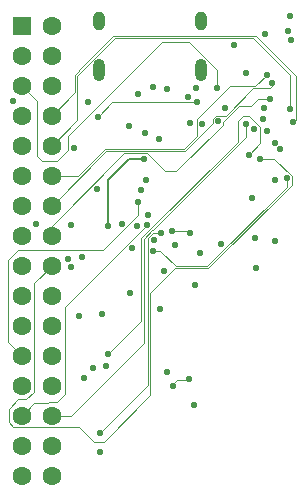
<source format=gbr>
%TF.GenerationSoftware,KiCad,Pcbnew,8.0.1*%
%TF.CreationDate,2024-04-25T23:54:08-05:00*%
%TF.ProjectId,Final Projeco,46696e61-6c20-4507-926f-6a65636f2e6b,rev?*%
%TF.SameCoordinates,Original*%
%TF.FileFunction,Copper,L5,Inr*%
%TF.FilePolarity,Positive*%
%FSLAX46Y46*%
G04 Gerber Fmt 4.6, Leading zero omitted, Abs format (unit mm)*
G04 Created by KiCad (PCBNEW 8.0.1) date 2024-04-25 23:54:08*
%MOMM*%
%LPD*%
G01*
G04 APERTURE LIST*
%TA.AperFunction,ComponentPad*%
%ADD10O,1.000000X1.900000*%
%TD*%
%TA.AperFunction,ComponentPad*%
%ADD11O,1.000000X1.600000*%
%TD*%
%TA.AperFunction,ComponentPad*%
%ADD12R,1.600000X1.600000*%
%TD*%
%TA.AperFunction,ComponentPad*%
%ADD13C,1.600000*%
%TD*%
%TA.AperFunction,ViaPad*%
%ADD14C,0.560000*%
%TD*%
%TA.AperFunction,Conductor*%
%ADD15C,0.090000*%
%TD*%
%TA.AperFunction,Conductor*%
%ADD16C,0.150000*%
%TD*%
G04 APERTURE END LIST*
D10*
%TO.N,GND*%
%TO.C,U2*%
X42419941Y-21805131D03*
X33779859Y-21805131D03*
D11*
X33779859Y-17625044D03*
X42419941Y-17625044D03*
%TD*%
D12*
%TO.N,/GPIO12*%
%TO.C,U7*%
X27209997Y-18049962D03*
D13*
%TO.N,GND*%
X29750003Y-18049962D03*
%TO.N,/GPIO13*%
X27209997Y-20589967D03*
%TO.N,VDD3P3*%
X29750003Y-20589967D03*
%TO.N,/GPIO14*%
X27209997Y-23129972D03*
%TO.N,/GPIO0{slash}BOOT*%
X29750003Y-23129972D03*
%TO.N,/GPIO15*%
X27209997Y-25669977D03*
%TO.N,/GPIO1*%
X29750003Y-25669977D03*
%TO.N,/GPIO16*%
X27209997Y-28209982D03*
%TO.N,/GPIO2*%
X29750003Y-28209982D03*
%TO.N,/GPIO17*%
X27209997Y-30749987D03*
%TO.N,/GPIO3*%
X29750003Y-30749987D03*
%TO.N,/GPIO18*%
X27209997Y-33289992D03*
%TO.N,/GPIO4*%
X29750003Y-33289992D03*
%TO.N,/GPIO21*%
X27209997Y-35829997D03*
%TO.N,/GPIO5*%
X29750003Y-35829997D03*
%TO.N,/GPIO38*%
X27209997Y-38370003D03*
%TO.N,/GPIO6*%
X29750003Y-38370003D03*
%TO.N,/GPIO45*%
X27209997Y-40910008D03*
%TO.N,/GPIO7*%
X29750003Y-40910008D03*
%TO.N,/GPIO46*%
X27209997Y-43450013D03*
%TO.N,/GPIO8*%
X29750003Y-43450013D03*
%TO.N,/GPIO33*%
X27209997Y-45990018D03*
%TO.N,/GPIO9*%
X29750003Y-45990018D03*
%TO.N,/GPIO34*%
X27209997Y-48530023D03*
%TO.N,/GPIO10*%
X29750003Y-48530023D03*
%TO.N,/GPIO35*%
X27209997Y-51070028D03*
%TO.N,/GPIO11*%
X29750003Y-51070028D03*
%TO.N,/GPIO36*%
X27209997Y-53610033D03*
%TO.N,VDD3P3*%
X29750003Y-53610033D03*
%TO.N,/GPIO37*%
X27209997Y-56150038D03*
%TO.N,GND*%
X29750003Y-56150038D03*
%TD*%
D14*
%TO.N,GND*%
X39300000Y-38800000D03*
X44400000Y-25000000D03*
X45200000Y-19700000D03*
X47100000Y-38600000D03*
X41900000Y-40000000D03*
X46200000Y-22020000D03*
X32870000Y-24500000D03*
X39500000Y-47400000D03*
X49900000Y-17200000D03*
X48630000Y-28010000D03*
X37050000Y-23870000D03*
X35730000Y-34820000D03*
X36570000Y-36850000D03*
X42000000Y-23300000D03*
X47840000Y-18790000D03*
X48700000Y-31100000D03*
X34000000Y-42500000D03*
X48700000Y-36300000D03*
X44063800Y-36500000D03*
X41800000Y-50200000D03*
%TO.N,VDD3P3*%
X38900000Y-42000000D03*
X50000000Y-19300000D03*
X46950000Y-36050000D03*
X43840000Y-26110000D03*
X46700000Y-32600000D03*
X49800000Y-18500000D03*
X37700000Y-27140000D03*
X40200000Y-36600000D03*
%TO.N,/GPIO4*%
X48430000Y-22910000D03*
%TO.N,/GPIO1*%
X50220000Y-26240000D03*
%TO.N,/GPIO3*%
X47970000Y-22200000D03*
%TO.N,/GPIO2*%
X49910000Y-25100000D03*
%TO.N,/RESET*%
X49670000Y-30980000D03*
X38330000Y-37120000D03*
%TO.N,/USB_D+*%
X38350100Y-23250100D03*
X39500100Y-23400000D03*
%TO.N,/SPICS1*%
X38881400Y-27642300D03*
X33621800Y-31918200D03*
%TO.N,/GPIO8*%
X34555000Y-45855000D03*
X46447700Y-28981100D03*
%TO.N,/GPIO13*%
X47730000Y-25000000D03*
%TO.N,/GPIO5*%
X48260000Y-24290000D03*
%TO.N,/SPID*%
X36320000Y-26530000D03*
X37750000Y-31117600D03*
%TO.N,Net-(U4-VCC)*%
X32320000Y-37620000D03*
X31620000Y-28440000D03*
X31433800Y-38481600D03*
%TO.N,/GPIO7*%
X49100600Y-28477100D03*
X32110000Y-42600000D03*
%TO.N,/GPIO6*%
X47396700Y-29303000D03*
%TO.N,/GPIO38*%
X41470000Y-35600000D03*
X31130900Y-37820600D03*
X39910000Y-35450000D03*
X36420000Y-40670000D03*
%TO.N,/GPIO11*%
X46190000Y-26350000D03*
%TO.N,/GPIO18*%
X31440000Y-34890000D03*
X41460000Y-26310000D03*
%TO.N,/GPIO14*%
X43760000Y-23290000D03*
%TO.N,/GPIO12*%
X47650000Y-25950000D03*
%TO.N,/GPIO10*%
X33250000Y-47000000D03*
X46910000Y-26810000D03*
%TO.N,/SPICLK_GPIO47*%
X38440000Y-36230000D03*
X37348800Y-31948800D03*
%TO.N,/GPIO0{slash}BOOT*%
X28440000Y-34870000D03*
X40070000Y-48560000D03*
X41420000Y-47930000D03*
%TO.N,/GPIO46*%
X42310000Y-37300000D03*
X34320000Y-46860000D03*
%TO.N,/SPIWP*%
X37580000Y-29370000D03*
X34530000Y-34980000D03*
%TO.N,/GPIO9*%
X48002700Y-26954100D03*
%TO.N,/GPIO17*%
X41291300Y-24081700D03*
X26510000Y-24430000D03*
%TO.N,/GPIO33*%
X37100000Y-32940000D03*
%TO.N,/GPIO16*%
X42089800Y-24511200D03*
X33680000Y-25740000D03*
%TO.N,/GPIO15*%
X42516500Y-26346100D03*
%TO.N,/GPIO35*%
X37810000Y-34920000D03*
%TO.N,/GPIO34*%
X36975000Y-34975000D03*
X32520000Y-47910000D03*
%TO.N,/GPIO37*%
X33820000Y-52560000D03*
X38994900Y-35560000D03*
%TO.N,/GPIO36*%
X33880000Y-54150000D03*
X37885000Y-34100000D03*
%TD*%
D15*
%TO.N,/GPIO4*%
X43395000Y-25925674D02*
X43395000Y-26294326D01*
X34384995Y-28655000D02*
X29750003Y-33289992D01*
X48234326Y-23365000D02*
X46833474Y-23365000D01*
X41034326Y-28655000D02*
X34384995Y-28655000D01*
X48430000Y-22910000D02*
X48430000Y-23169326D01*
X44533474Y-25665000D02*
X43655674Y-25665000D01*
X48430000Y-23169326D02*
X48234326Y-23365000D01*
X46833474Y-23365000D02*
X44533474Y-25665000D01*
X43395000Y-26294326D02*
X41034326Y-28655000D01*
X43655674Y-25665000D02*
X43395000Y-25925674D01*
%TO.N,/GPIO1*%
X50455000Y-22335000D02*
X47030000Y-18910000D01*
X32110000Y-21844122D02*
X31730000Y-22224122D01*
X50220000Y-26240000D02*
X50455000Y-26005000D01*
X31730000Y-22224122D02*
X31730000Y-23689980D01*
X32110000Y-21760000D02*
X32110000Y-21844122D01*
X47030000Y-18910000D02*
X34960000Y-18910000D01*
X31730000Y-23689980D02*
X29750003Y-25669977D01*
X34960000Y-18910000D02*
X32110000Y-21760000D01*
X50455000Y-26005000D02*
X50455000Y-22335000D01*
%TO.N,/GPIO3*%
X42071500Y-25971174D02*
X42071500Y-27349126D01*
X46995000Y-23175000D02*
X44867674Y-23175000D01*
X44867674Y-23175000D02*
X42071500Y-25971174D01*
X42071500Y-27349126D02*
X40955626Y-28465000D01*
X32021308Y-30749987D02*
X29750003Y-30749987D01*
X47970000Y-22200000D02*
X46995000Y-23175000D01*
X34306295Y-28465000D02*
X32021308Y-30749987D01*
X40955626Y-28465000D02*
X34306295Y-28465000D01*
%TO.N,/GPIO2*%
X31920000Y-26039985D02*
X29750003Y-28209982D01*
X31920000Y-22302822D02*
X31920000Y-26039985D01*
X49910000Y-22200000D02*
X46810000Y-19100000D01*
X35122822Y-19100000D02*
X31920000Y-22302822D01*
X49910000Y-25100000D02*
X49910000Y-22200000D01*
X46810000Y-19100000D02*
X35122822Y-19100000D01*
%TO.N,/RESET*%
X40250000Y-38410000D02*
X38960000Y-37120000D01*
X38960000Y-37120000D02*
X38330000Y-37120000D01*
X49670000Y-30980000D02*
X49670000Y-31680000D01*
X42940000Y-38410000D02*
X40250000Y-38410000D01*
X49670000Y-31680000D02*
X42940000Y-38410000D01*
%TO.N,/GPIO8*%
X37355200Y-36034900D02*
X45520000Y-27870100D01*
X45520000Y-27870100D02*
X45520000Y-26130000D01*
X47440000Y-26630000D02*
X47440000Y-27988800D01*
X45980000Y-25670000D02*
X46480000Y-25670000D01*
X46480000Y-25670000D02*
X47440000Y-26630000D01*
X34555000Y-45855000D02*
X37355200Y-43054800D01*
X45520000Y-26130000D02*
X45980000Y-25670000D01*
X37355200Y-43054800D02*
X37355200Y-36034900D01*
X47440000Y-27988800D02*
X46447700Y-28981100D01*
%TO.N,/GPIO5*%
X37797463Y-28845000D02*
X35915000Y-28845000D01*
X39332463Y-30380000D02*
X37797463Y-28845000D01*
X47260000Y-24290000D02*
X46670000Y-24880000D01*
X35915000Y-28845000D02*
X29750003Y-35009997D01*
X29750003Y-35009997D02*
X29750003Y-35829997D01*
X44285000Y-26425000D02*
X40330000Y-30380000D01*
X45587174Y-24880000D02*
X44285000Y-26182174D01*
X44285000Y-26182174D02*
X44285000Y-26425000D01*
X40330000Y-30380000D02*
X39332463Y-30380000D01*
X48260000Y-24290000D02*
X47260000Y-24290000D01*
X46670000Y-24880000D02*
X45587174Y-24880000D01*
%TO.N,/GPIO6*%
X50115000Y-31503700D02*
X43018700Y-38600000D01*
X34160000Y-53260000D02*
X33350000Y-53260000D01*
X26120000Y-51640000D02*
X26120000Y-50510000D01*
X47396700Y-29303000D02*
X48622326Y-29303000D01*
X38075000Y-49345000D02*
X34160000Y-53260000D01*
X28251435Y-49050000D02*
X28251435Y-39868571D01*
X26495028Y-52015028D02*
X26120000Y-51640000D01*
X38075000Y-40696299D02*
X38075000Y-49345000D01*
X28251435Y-39868571D02*
X29750003Y-38370003D01*
X26120000Y-50510000D02*
X26950000Y-49680000D01*
X33350000Y-53260000D02*
X32105028Y-52015028D01*
X43018700Y-38600000D02*
X40171299Y-38600000D01*
X50115000Y-30795674D02*
X50115000Y-31503700D01*
X40171299Y-38600000D02*
X38075000Y-40696299D01*
X32105028Y-52015028D02*
X26495028Y-52015028D01*
X48622326Y-29303000D02*
X50115000Y-30795674D01*
X27621435Y-49680000D02*
X28251435Y-49050000D01*
X26950000Y-49680000D02*
X27621435Y-49680000D01*
%TO.N,/GPIO38*%
X41320000Y-35450000D02*
X39910000Y-35450000D01*
X41470000Y-35600000D02*
X41320000Y-35450000D01*
%TO.N,/GPIO11*%
X37545200Y-36113600D02*
X37545200Y-44914800D01*
X38300000Y-35370000D02*
X38288800Y-35370000D01*
X31389900Y-51070100D02*
X29750100Y-51070100D01*
X29750000Y-51070100D02*
X29750100Y-51070100D01*
X29750100Y-51070100D02*
X29750000Y-51070000D01*
X37545200Y-44914800D02*
X31389900Y-51070100D01*
X46190000Y-27480000D02*
X38300000Y-35370000D01*
X38288800Y-35370000D02*
X37545200Y-36113600D01*
X46190000Y-26350000D02*
X46190000Y-27480000D01*
%TO.N,/GPIO14*%
X39103553Y-19410000D02*
X31120000Y-27393553D01*
X30200000Y-29480000D02*
X28930000Y-29480000D01*
X28510000Y-24429975D02*
X27209997Y-23129972D01*
X28510000Y-29060000D02*
X28510000Y-24429975D01*
X41386978Y-19410000D02*
X39103553Y-19410000D01*
X43760000Y-21783022D02*
X41386978Y-19410000D01*
X28930000Y-29480000D02*
X28510000Y-29060000D01*
X43760000Y-23290000D02*
X43760000Y-21783022D01*
X31120000Y-28560000D02*
X30200000Y-29480000D01*
X31120000Y-27393553D02*
X31120000Y-28560000D01*
%TO.N,/GPIO0{slash}BOOT*%
X40400000Y-48070000D02*
X40070000Y-48400000D01*
X41420000Y-47930000D02*
X41280000Y-48070000D01*
X41280000Y-48070000D02*
X40400000Y-48070000D01*
X40070000Y-48400000D02*
X40070000Y-48560000D01*
D16*
%TO.N,/SPIWP*%
X36310000Y-29370000D02*
X34530000Y-31150000D01*
X37580000Y-29370000D02*
X36310000Y-29370000D01*
X34530000Y-31150000D02*
X34530000Y-34980000D01*
D15*
%TO.N,/GPIO33*%
X26870000Y-37040000D02*
X26045000Y-37865000D01*
X27682500Y-45517600D02*
X27210000Y-45990100D01*
X26045000Y-37865000D02*
X26045000Y-44825021D01*
X26045000Y-44825021D02*
X27209997Y-45990018D01*
X27682400Y-45517600D02*
X27210000Y-45990000D01*
X34139326Y-37040000D02*
X26870000Y-37040000D01*
X37100000Y-34079326D02*
X34139326Y-37040000D01*
X27682500Y-45517600D02*
X27682400Y-45517600D01*
X37100000Y-32940000D02*
X37100000Y-34079326D01*
%TO.N,/GPIO16*%
X42089800Y-24511200D02*
X42074300Y-24526700D01*
X34893300Y-24526700D02*
X33680000Y-25740000D01*
X42074300Y-24526700D02*
X34893300Y-24526700D01*
%TO.N,/GPIO35*%
X29563599Y-49920000D02*
X29463599Y-50020000D01*
X29463599Y-50020000D02*
X28260025Y-50020000D01*
X30860000Y-41870000D02*
X30860000Y-49260000D01*
X30200000Y-49920000D02*
X29563599Y-49920000D01*
X37810000Y-34920000D02*
X30860000Y-41870000D01*
X28260025Y-50020000D02*
X27209997Y-51070028D01*
X30860000Y-49260000D02*
X30200000Y-49920000D01*
%TO.N,/GPIO37*%
X38994900Y-35560000D02*
X38367500Y-35560000D01*
X38367500Y-35560000D02*
X37885000Y-36042500D01*
X37885000Y-48495000D02*
X33820000Y-52560000D01*
X37885000Y-36042500D02*
X37885000Y-48495000D01*
%TD*%
M02*

</source>
